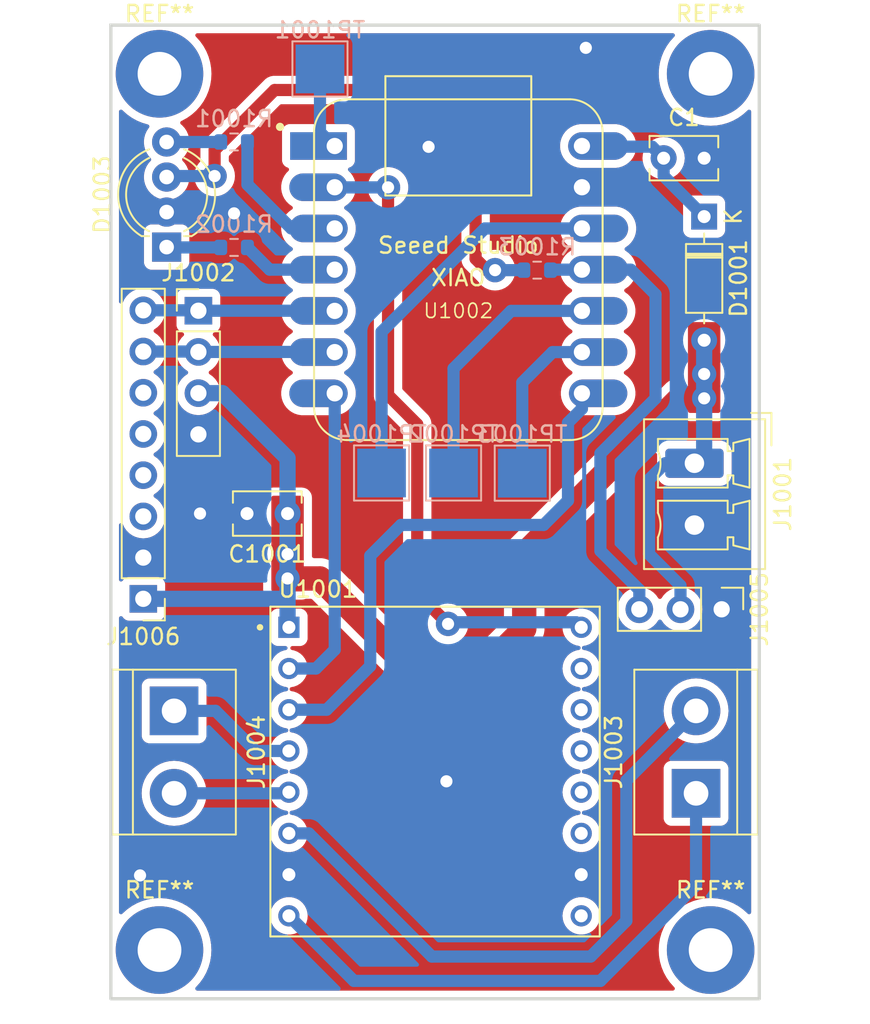
<source format=kicad_pcb>
(kicad_pcb (version 20240108) (generator "pcbnew") (generator_version "8.0")
  (layers (0 "F.Cu" signal) (31 "B.Cu" signal) (34 "B.Paste" user) (35 "F.Paste" user) (36 "B.SilkS" user "B.Silkscreen") (37 "F.SilkS" user "F.Silkscreen") (38 "B.Mask" user) (39 "F.Mask" user) (44 "Edge.Cuts" user))
  (net 0 "")
  (net 1 "GND")
  (net 2 "+5V")
  (net 3 "Net-(D1001-K)")
  (net 4 "Net-(D1003-RA)")
  (net 5 "Net-(D1003-GA)")
  (net 6 "Net-(D1003-BA)")
  (net 7 "/scl")
  (net 8 "/sda")
  (net 9 "Net-(J1003-Pin_2)")
  (net 10 "Net-(J1003-Pin_1)")
  (net 11 "Net-(J1004-Pin_2)")
  (net 12 "Net-(J1004-Pin_1)")
  (net 13 "LED1")
  (net 14 "LED2")
  (net 15 "LED3")
  (net 18 "BUSY")
  (net 19 "UC_TX")
  (net 21 "UC_RX")
  (net 25 "Net-(U1002-PA02_A0_D0)")
  (net 26 "Net-(U1002-PA5_A9_D9_MISO)")
  (net 27 "Net-(U1002-3V3)")
  (net 28 "Net-(U1002-PA7_A8_D8_SCK)")
  (footprint "footprints_esp:XIAO-Generic-Hybrid-14P-2.54-21X17.8MM" (layer "F.Cu") (at 21.435 15.07)
    (property "Reference" "U1002" (at 0 2.54 0) (layer "F.SilkS") (effects (font (size 0.889 0.889) (thickness 0.1016))))
    (property "Value" "MOUDLE-SEEEDUINO-XIAO-ESP32C3" (hide yes))
    (fp_line (start -8.9 -8.5) (end -8.9 8.5) (stroke (width 0.127)) (layer "F.SilkS"))
    (fp_line (start -6.9 10.5) (end 6.9 10.5) (stroke (width 0.127)) (layer "F.SilkS"))
    (fp_line (start -4.5 -11.92403) (end 4.5 -11.92403) (stroke (width 0.127)) (layer "F.SilkS"))
    (fp_line (start -4.5 -4.57073) (end -4.5 -11.92403) (stroke (width 0.127)) (layer "F.SilkS"))
    (fp_line (start 4.5 -11.92403) (end 4.5 -4.57073) (stroke (width 0.127)) (layer "F.SilkS"))
    (fp_line (start 4.5 -4.57073) (end -4.5 -4.57073) (stroke (width 0.127)) (layer "F.SilkS"))
    (fp_line (start 6.9 -10.49909) (end -6.9 -10.49909) (stroke (width 0.127)) (layer "F.SilkS"))
    (fp_line (start 8.9 8.5) (end 8.9 -8.5) (stroke (width 0.127)) (layer "F.SilkS"))
    (fp_arc (start -8.9 -8.5) (mid -8.301491 -9.901491) (end -6.9 -10.5) (stroke (width 0.12)) (layer "F.SilkS"))
    (fp_arc (start -6.9 10.5) (mid -8.301423 9.901423) (end -8.9 8.5) (stroke (width 0.12)) (layer "F.SilkS"))
    (fp_arc (start 6.9 -10.5) (mid 8.301494 -9.901494) (end 8.9 -8.5) (stroke (width 0.12)) (layer "F.SilkS"))
    (fp_arc (start 8.9 8.5) (mid 8.314214 9.914214) (end 6.9 10.5) (stroke (width 0.12)) (layer "F.SilkS"))
    (fp_circle (center -11 -8.8) (end -11 -9.054) (fill solid) (layer "F.SilkS"))
    (fp_poly (pts (xy -8.887715 -8.561705) (xy -8.884667 -8.610473) (xy -8.880603 -8.659494)) (stroke (width 0.0254)) (fill none) (layer "F.SilkS"))
    (fp_poly (pts (xy 8.889492 8.521574) (xy 8.887713 8.57085) (xy 8.884665 8.619618) (xy 8.880601 8.668639) (xy 8.875268 8.717407) (xy 8.868664 8.766175) (xy 8.861044 8.81469) (xy 8.852153 8.86295) (xy 8.842248 8.910955)) (stroke (width 0.0254)) (fill none) (layer "F.SilkS"))
    (fp_text user "Seeed Studio" (at 0 -1.5 0) (layer "F.SilkS"))
    (fp_text user "XIAO" (at 0 0.5 0) (layer "F.SilkS"))
    (pad "1" thru_hole rect (at -7.625 -7.62) (size 3.5 1.7) (drill 1 (offset -1 0)) (layers "*.Cu" "*.Mask") (net 25 "Net-(U1002-PA02_A0_D0)"))
    (pad "2" thru_hole oval (at -7.625 -5.08) (size 3.6 1.7) (drill 1 (offset -1 0)) (layers "*.Cu" "*.Mask") (net 18 "BUSY"))
    (pad "3" thru_hole oval (at -7.625 -2.54) (size 3.6 1.7) (drill 1 (offset -1 0)) (layers "*.Cu" "*.Mask") (net 13 "LED1"))
    (pad "4" thru_hole oval (at -7.625 0) (size 3.6 1.7) (drill 1 (offset -1 0)) (layers "*.Cu" "*.Mask") (net 14 "LED2"))
    (pad "5" thru_hole oval (at -7.625 2.54) (size 3.6 1.7) (drill 1 (offset -1 0)) (layers "*.Cu" "*.Mask") (net 7 "/scl"))
    (pad "6" thru_hole oval (at -7.625 5.08 180) (size 3.6 1.7) (drill 1 (offset 1 0)) (layers "*.Cu" "*.Mask") (net 8 "/sda"))
    (pad "7" thru_hole oval (at -7.625 7.62) (size 3.6 1.7) (drill 1 (offset -1 0)) (layers "*.Cu" "*.Mask") (net 19 "UC_TX"))
    (pad "8" thru_hole oval (at 7.625 7.62) (size 3.6 1.7) (drill 1 (offset 1 0)) (layers "*.Cu" "*.Mask") (net 21 "UC_RX"))
    (pad "9" thru_hole oval (at 7.625 5.08) (size 3.6 1.7) (drill 1 (offset 1 0)) (layers "*.Cu" "*.Mask") (net 28 "Net-(U1002-PA7_A8_D8_SCK)"))
    (pad "10" thru_hole oval (at 7.625 2.54) (size 3.6 1.7) (drill 1 (offset 1 0)) (layers "*.Cu" "*.Mask") (net 26 "Net-(U1002-PA5_A9_D9_MISO)"))
    (pad "11" thru_hole oval (at 7.625 0) (size 3.7 1.7) (drill 1 (offset 1 0)) (layers "*.Cu" "*.Mask") (net 15 "LED3"))
    (pad "12" thru_hole oval (at 7.625 -2.54) (size 3.7 1.7) (drill 1 (offset 1 0)) (layers "*.Cu" "*.Mask") (net 27 "Net-(U1002-3V3)"))
    (pad "13" thru_hole oval (at 7.625 -5.08) (size 3.7 1.7) (drill 1 (offset 1 0)) (layers "*.Cu" "*.Mask") (net 1 "GND"))
    (pad "14" thru_hole oval (at 7.625 -7.62) (size 3.7 1.7) (drill 1 (offset 1 0)) (layers "*.Cu" "*.Mask") (net 3 "Net-(D1001-K)"))
  )
  (footprint "TerminalBlock:TerminalBlock_bornier-2_P5.08mm" (layer "F.Cu") (at 3.9 42.26 -90)
    (property "Reference" "J1004" (at 2.54 -5.08 90) (layer "F.SilkS"))
    (property "Value" "Conn_01x02")
    (fp_line (start -2.54 3.81) (end 7.62 3.81) (stroke (width 0.12)) (layer "F.SilkS"))
    (fp_line (start 7.62 3.81) (end 7.62 -3.81) (stroke (width 0.12)) (layer "F.SilkS"))
    (fp_line (start 7.62 2.54) (end -2.54 2.54) (stroke (width 0.12)) (layer "F.SilkS"))
    (fp_line (start -2.54 -3.81) (end -2.54 3.81) (stroke (width 0.12)) (layer "F.SilkS"))
    (fp_line (start 7.62 -3.81) (end -2.54 -3.81) (stroke (width 0.12)) (layer "F.SilkS"))
    (pad "1" thru_hole rect (at 0 0 270) (size 3 3) (drill 1.52) (layers "*.Cu" "*.Mask") (net 12 "Net-(J1004-Pin_1)"))
    (pad "2" thru_hole circle (at 5.08 0 270) (size 3 3) (drill 1.52) (layers "*.Cu" "*.Mask") (net 11 "Net-(J1004-Pin_2)"))
  )
  (footprint "Connector_Phoenix_MC:PhoenixContact_MCV_1,5_2-G-3.81_1x02_P3.81mm_Vertical" (layer "F.Cu") (at 36 27 -90)
    (property "Reference" "J1001" (at 1.9 -5.45 -90) (layer "F.SilkS"))
    (property "Value" "Conn_01x02")
    (fp_line (start -2.71 3.11) (end 6.52 3.11) (stroke (width 0.12)) (layer "F.SilkS"))
    (fp_line (start 6.52 3.11) (end 6.52 -4.36) (stroke (width 0.12)) (layer "F.SilkS"))
    (fp_line (start -1.5 2.25) (end -1.5 -2.05) (stroke (width 0.12)) (layer "F.SilkS"))
    (fp_line (start -0.75 2.25) (end -1.5 2.25) (stroke (width 0.12)) (layer "F.SilkS"))
    (fp_line (start 1.5 2.25) (end 0.75 2.25) (stroke (width 0.12)) (layer "F.SilkS"))
    (fp_line (start 2.31 2.25) (end 2.31 -2.05) (stroke (width 0.12)) (layer "F.SilkS"))
    (fp_line (start 3.06 2.25) (end 2.31 2.25) (stroke (width 0.12)) (layer "F.SilkS"))
    (fp_line (start 5.31 2.25) (end 4.56 2.25) (stroke (width 0.12)) (layer "F.SilkS"))
    (fp_line (start -1.5 -2.05) (end -0.75 -2.05) (stroke (width 0.12)) (layer "F.SilkS"))
    (fp_line (start -0.75 -2.05) (end -0.75 -2.4) (stroke (width 0.12)) (layer "F.SilkS"))
    (fp_line (start 0.75 -2.05) (end 1.5 -2.05) (stroke (width 0.12)) (layer "F.SilkS"))
    (fp_line (start 1.5 -2.05) (end 1.5 2.25) (stroke (width 0.12)) (layer "F.SilkS"))
    (fp_line (start 2.31 -2.05) (end 3.06 -2.05) (stroke (width 0.12)) (layer "F.SilkS"))
    (fp_line (start 3.06 -2.05) (end 3.06 -2.4) (stroke (width 0.12)) (layer "F.SilkS"))
    (fp_line (start 4.56 -2.05) (end 5.31 -2.05) (stroke (width 0.12)) (layer "F.SilkS"))
    (fp_line (start 5.31 -2.05) (end 5.31 2.25) (stroke (width 0.12)) (layer "F.SilkS"))
    (fp_line (start -1.25 -2.4) (end -1.5 -3.4) (stroke (width 0.12)) (layer "F.SilkS"))
    (fp_line (start -0.75 -2.4) (end -1.25 -2.4) (stroke (width 0.12)) (layer "F.SilkS"))
    (fp_line (start 0.75 -2.4) (end 0.75 -2.05) (stroke (width 0.12)) (layer "F.SilkS"))
    (fp_line (start 1.25 -2.4) (end 0.75 -2.4) (stroke (width 0.12)) (layer "F.SilkS"))
    (fp_line (start 2.56 -2.4) (end 2.31 -3.4) (stroke (width 0.12)) (layer "F.SilkS"))
    (fp_line (start 3.06 -2.4) (end 2.56 -2.4) (stroke (width 0.12)) (layer "F.SilkS"))
    (fp_line (start 4.56 -2.4) (end 4.56 -2.05) (stroke (width 0.12)) (layer "F.SilkS"))
    (fp_line (start 5.06 -2.4) (end 4.56 -2.4) (stroke (width 0.12)) (layer "F.SilkS"))
    (fp_line (start -1.5 -3.4) (end 1.5 -3.4) (stroke (width 0.12)) (layer "F.SilkS"))
    (fp_line (start 1.5 -3.4) (end 1.25 -2.4) (stroke (width 0.12)) (layer "F.SilkS"))
    (fp_line (start 2.31 -3.4) (end 5.31 -3.4) (stroke (width 0.12)) (layer "F.SilkS"))
    (fp_line (start 5.31 -3.4) (end 5.06 -2.4) (stroke (width 0.12)) (layer "F.SilkS"))
    (fp_line (start -3.1 -3.5) (end -3.1 -4.75) (stroke (width 0.12)) (layer "F.SilkS"))
    (fp_line (start -2.71 -4.36) (end -2.71 3.11) (stroke (width 0.12)) (layer "F.SilkS"))
    (fp_line (start 6.52 -4.36) (end -2.71 -4.36) (stroke (width 0.12)) (layer "F.SilkS"))
    (fp_line (start -3.1 -4.75) (end -1.1 -4.75) (stroke (width 0.12)) (layer "F.SilkS"))
    (fp_arc (start -0.75 2.25) (mid -0.000193 2.09191) (end 0.749647 2.249844) (stroke (width 0.12)) (layer "F.SilkS"))
    (fp_arc (start 3.06 2.25) (mid 3.809807 2.09191) (end 4.559647 2.249844) (stroke (width 0.12)) (layer "F.SilkS"))
    (pad "1" thru_hole roundrect (at 0 0 270) (size 1.8 3.6) (drill 1.2) (layers "*.Cu" "*.Mask") (roundrect_rratio 0.138889) (net 2 "+5V"))
    (pad "2" thru_hole oval (at 3.81 0 270) (size 1.8 3.6) (drill 1.2) (layers "*.Cu" "*.Mask") (net 1 "GND"))
  )
  (footprint "MountingHole:MountingHole_2.7mm_Pad" (layer "F.Cu") (at 37 3)
    (property "Reference" "REF**" (at 0 -3.7 0) (layer "F.SilkS"))
    (property "Value" "MountingHole_2.7mm_Pad")
    (pad "1" thru_hole circle (at 0 0) (size 5.4 5.4) (drill 2.7) (layers "*.Cu" "*.Mask"))
  )
  (footprint "Diode_THT:D_DO-35_SOD27_P7.62mm_Horizontal" (layer "F.Cu") (at 36.6 11.8 -90)
    (property "Reference" "D1001" (at 3.81 -2.12 90) (layer "F.SilkS"))
    (property "Value" "1N4148")
    (fp_line (start 1.69 1.12) (end 5.93 1.12) (stroke (width 0.12)) (layer "F.SilkS"))
    (fp_line (start 5.93 1.12) (end 5.93 -1.12) (stroke (width 0.12)) (layer "F.SilkS"))
    (fp_line (start 1.04 0) (end 1.69 0) (stroke (width 0.12)) (layer "F.SilkS"))
    (fp_line (start 6.58 0) (end 5.93 0) (stroke (width 0.12)) (layer "F.SilkS"))
    (fp_line (start 1.69 -1.12) (end 1.69 1.12) (stroke (width 0.12)) (layer "F.SilkS"))
    (fp_line (start 2.29 -1.12) (end 2.29 1.12) (stroke (width 0.12)) (layer "F.SilkS"))
    (fp_line (start 2.41 -1.12) (end 2.41 1.12) (stroke (width 0.12)) (layer "F.SilkS"))
    (fp_line (start 2.53 -1.12) (end 2.53 1.12) (stroke (width 0.12)) (layer "F.SilkS"))
    (fp_line (start 5.93 -1.12) (end 1.69 -1.12) (stroke (width 0.12)) (layer "F.SilkS"))
    (fp_text user "K" (at 0 -1.8 90) (layer "F.SilkS"))
    (pad "1" thru_hole rect (at 0 0 270) (size 1.6 1.6) (drill 0.8) (layers "*.Cu" "*.Mask") (net 3 "Net-(D1001-K)"))
    (pad "2" thru_hole oval (at 7.62 0 270) (size 1.6 1.6) (drill 0.8) (layers "*.Cu" "*.Mask") (net 2 "+5V"))
  )
  (footprint "DFR0299:MODULE_DFR0299" (layer "F.Cu") (at 20 46)
    (property "Reference" "U1001" (at -7.225 -11.235 0) (layer "F.SilkS"))
    (property "Value" "DFR0299")
    (fp_line (start -10.16 -10.16) (end 10.16 -10.16) (stroke (width 0.127)) (layer "F.SilkS"))
    (fp_line (start -10.16 10.16) (end -10.16 -10.16) (stroke (width 0.127)) (layer "F.SilkS"))
    (fp_line (start 10.16 -10.16) (end 10.16 10.16) (stroke (width 0.127)) (layer "F.SilkS"))
    (fp_line (start 10.16 10.16) (end -10.16 10.16) (stroke (width 0.127)) (layer "F.SilkS"))
    (fp_circle (center -10.8 -8.89) (end -10.7 -8.89) (stroke (width 0.2)) (fill none) (layer "F.SilkS"))
    (pad "1" thru_hole rect (at -9.017 -8.89) (size 1.308 1.308) (drill 0.8) (layers "*.Cu" "*.Mask") (net 2 "+5V"))
    (pad "2" thru_hole circle (at -9.017 -6.35) (size 1.308 1.308) (drill 0.8) (layers "*.Cu" "*.Mask") (net 19 "UC_TX"))
    (pad "3" thru_hole circle (at -9.017 -3.81) (size 1.308 1.308) (drill 0.8) (layers "*.Cu" "*.Mask") (net 21 "UC_RX"))
    (pad "4" thru_hole circle (at -9.017 -1.27) (size 1.308 1.308) (drill 0.8) (layers "*.Cu" "*.Mask") (net 12 "Net-(J1004-Pin_1)"))
    (pad "5" thru_hole circle (at -9.017 1.27) (size 1.308 1.308) (drill 0.8) (layers "*.Cu" "*.Mask") (net 11 "Net-(J1004-Pin_2)"))
    (pad "6" thru_hole circle (at -9.017 3.81) (size 1.308 1.308) (drill 0.8) (layers "*.Cu" "*.Mask") (net 9 "Net-(J1003-Pin_2)"))
    (pad "7" thru_hole circle (at -9.017 6.35) (size 1.308 1.308) (drill 0.8) (layers "*.Cu" "*.Mask") (net 1 "GND"))
    (pad "8" thru_hole circle (at -9.017 8.89) (size 1.308 1.308) (drill 0.8) (layers "*.Cu" "*.Mask") (net 10 "Net-(J1003-Pin_1)"))
    (pad "9" thru_hole circle (at 9.017 8.89) (size 1.308 1.308) (drill 0.8) (layers "*.Cu" "*.Mask"))
    (pad "10" thru_hole circle (at 9.017 6.35) (size 1.308 1.308) (drill 0.8) (layers "*.Cu" "*.Mask") (net 1 "GND"))
    (pad "11" thru_hole circle (at 9.017 3.81) (size 1.308 1.308) (drill 0.8) (layers "*.Cu" "*.Mask"))
    (pad "12" thru_hole circle (at 9.017 1.27) (size 1.308 1.308) (drill 0.8) (layers "*.Cu" "*.Mask"))
    (pad "13" thru_hole circle (at 9.017 -1.27) (size 1.308 1.308) (drill 0.8) (layers "*.Cu" "*.Mask"))
    (pad "14" thru_hole circle (at 9.017 -3.81) (size 1.308 1.308) (drill 0.8) (layers "*.Cu" "*.Mask"))
    (pad "15" thru_hole circle (at 9.017 -6.35) (size 1.308 1.308) (drill 0.8) (layers "*.Cu" "*.Mask"))
    (pad "16" thru_hole circle (at 9.017 -8.89) (size 1.308 1.308) (drill 0.8) (layers "*.Cu" "*.Mask") (net 18 "BUSY"))
  )
  (footprint "LED_THT:LED_D5.0mm-4_RGB_Wide_Pins" (layer "F.Cu") (at 3.44 13.68 90)
    (property "Reference" "D1003" (at 3.2385 -3.96 -90) (layer "F.SilkS"))
    (property "Value" "LED_GKBR")
    (fp_line (start 0.6785 -1.545) (end 0.6785 -1.08) (stroke (width 0.12)) (layer "F.SilkS"))
    (fp_line (start 0.6785 1.08) (end 0.6785 1.545) (stroke (width 0.12)) (layer "F.SilkS"))
    (fp_arc (start 0.6785 -1.54483) (mid 3.496956 -2.978809) (end 6.026315 -1.080827) (stroke (width 0.12)) (layer "F.SilkS"))
    (fp_arc (start 0.983816 -1.08) (mid 3.238262 -2.5) (end 5.492979 -1.080429) (stroke (width 0.12)) (layer "F.SilkS"))
    (fp_arc (start 5.492979 1.080429) (mid 3.238262 2.5) (end 0.983816 1.08) (stroke (width 0.12)) (layer "F.SilkS"))
    (fp_arc (start 6.026315 1.080827) (mid 3.496956 2.978808) (end 0.6785 1.54483) (stroke (width 0.12)) (layer "F.SilkS"))
    (pad "1" thru_hole rect (at 0 0 90) (size 1.8 1.8) (drill 0.9) (layers "*.Cu" "*.Mask") (net 5 "Net-(D1003-GA)"))
    (pad "2" thru_hole circle (at 2.159 0 90) (size 1.8 1.8) (drill 0.9) (layers "*.Cu" "*.Mask") (net 1 "GND"))
    (pad "3" thru_hole circle (at 4.318 0 90) (size 1.8 1.8) (drill 0.9) (layers "*.Cu" "*.Mask") (net 6 "Net-(D1003-BA)"))
    (pad "4" thru_hole circle (at 6.477 0 90) (size 1.8 1.8) (drill 0.9) (layers "*.Cu" "*.Mask") (net 4 "Net-(D1003-RA)"))
  )
  (footprint "MountingHole:MountingHole_2.7mm_Pad" (layer "F.Cu") (at 3 3)
    (property "Reference" "REF**" (at 0 -3.7 0) (layer "F.SilkS"))
    (property "Value" "MountingHole_2.7mm_Pad")
    (pad "1" thru_hole circle (at 0 0) (size 5.4 5.4) (drill 2.7) (layers "*.Cu" "*.Mask"))
  )
  (footprint "MountingHole:MountingHole_2.7mm_Pad" (layer "F.Cu") (at 3 57)
    (property "Reference" "REF**" (at 0 -3.7 0) (layer "F.SilkS"))
    (property "Value" "MountingHole_2.7mm_Pad")
    (pad "1" thru_hole circle (at 0 0) (size 5.4 5.4) (drill 2.7) (layers "*.Cu" "*.Mask"))
  )
  (footprint "Capacitor_THT:C_Rect_L4.0mm_W2.5mm_P2.50mm" (layer "F.Cu") (at 10.9 30.1 180)
    (property "Reference" "C1001" (at 1.25 -2.5 180) (layer "F.SilkS"))
    (property "Value" "22uF x 25V X7R 1210")
    (fp_line (start 3.37 0.665) (end 3.37 1.37) (stroke (width 0.12)) (layer "F.SilkS"))
    (fp_line (start 3.37 -1.37) (end 3.37 -0.665) (stroke (width 0.12)) (layer "F.SilkS"))
    (fp_line (start -0.87 1.37) (end 3.37 1.37) (stroke (width 0.12)) (layer "F.SilkS"))
    (fp_line (start -0.87 0.665) (end -0.87 1.37) (stroke (width 0.12)) (layer "F.SilkS"))
    (fp_line (start -0.87 -1.37) (end 3.37 -1.37) (stroke (width 0.12)) (layer "F.SilkS"))
    (fp_line (start -0.87 -1.37) (end -0.87 -0.665) (stroke (width 0.12)) (layer "F.SilkS"))
    (pad "1" thru_hole circle (at 0 0 180) (size 1.6 1.6) (drill 0.8) (layers "*.Cu" "*.Mask") (net 2 "+5V"))
    (pad "2" thru_hole circle (at 2.5 0 180) (size 1.6 1.6) (drill 0.8) (layers "*.Cu" "*.Mask") (net 1 "GND"))
  )
  (footprint "MountingHole:MountingHole_2.7mm_Pad" (layer "F.Cu") (at 37 57)
    (property "Reference" "REF**" (at 0 -3.7 0) (layer "F.SilkS"))
    (property "Value" "MountingHole_2.7mm_Pad")
    (pad "1" thru_hole circle (at 0 0) (size 5.4 5.4) (drill 2.7) (layers "*.Cu" "*.Mask"))
  )
  (footprint "TerminalBlock:TerminalBlock_bornier-2_P5.08mm" (layer "F.Cu") (at 36.1 47.34 90)
    (property "Reference" "J1003" (at 2.54 -5.08 90) (layer "F.SilkS"))
    (property "Value" "Conn_01x02")
    (fp_line (start 7.62 -3.81) (end -2.54 -3.81) (stroke (width 0.12)) (layer "F.SilkS"))
    (fp_line (start -2.54 -3.81) (end -2.54 3.81) (stroke (width 0.12)) (layer "F.SilkS"))
    (fp_line (start 7.62 2.54) (end -2.54 2.54) (stroke (width 0.12)) (layer "F.SilkS"))
    (fp_line (start 7.62 3.81) (end 7.62 -3.81) (stroke (width 0.12)) (layer "F.SilkS"))
    (fp_line (start -2.54 3.81) (end 7.62 3.81) (stroke (width 0.12)) (layer "F.SilkS"))
    (pad "1" thru_hole rect (at 0 0 90) (size 3 3) (drill 1.52) (layers "*.Cu" "*.Mask") (net 10 "Net-(J1003-Pin_1)"))
    (pad "2" thru_hole circle (at 5.08 0 90) (size 3 3) (drill 1.52) (layers "*.Cu" "*.Mask") (net 9 "Net-(J1003-Pin_2)"))
  )
  (footprint "Capacitor_THT:C_Rect_L4.0mm_W2.5mm_P2.50mm" (layer "F.Cu") (at 34.1 8.2)
    (property "Reference" "C1" (at 1.25 -2.5 360) (layer "F.SilkS"))
    (property "Value" "22uF x 25V X7R 1210")
    (fp_line (start -0.87 -1.37) (end -0.87 -0.665) (stroke (width 0.12)) (layer "F.SilkS"))
    (fp_line (start -0.87 -1.37) (end 3.37 -1.37) (stroke (width 0.12)) (layer "F.SilkS"))
    (fp_line (start -0.87 0.665) (end -0.87 1.37) (stroke (width 0.12)) (layer "F.SilkS"))
    (fp_line (start -0.87 1.37) (end 3.37 1.37) (stroke (width 0.12)) (layer "F.SilkS"))
    (fp_line (start 3.37 -1.37) (end 3.37 -0.665) (stroke (width 0.12)) (layer "F.SilkS"))
    (fp_line (start 3.37 0.665) (end 3.37 1.37) (stroke (width 0.12)) (layer "F.SilkS"))
    (pad "1" thru_hole circle (at 0 0) (size 1.6 1.6) (drill 0.8) (layers "*.Cu" "*.Mask") (net 3 "Net-(D1001-K)"))
    (pad "2" thru_hole circle (at 2.5 0) (size 1.6 1.6) (drill 0.8) (layers "*.Cu" "*.Mask") (net 1 "GND"))
  )
  (footprint "Connector_PinHeader_2.54mm:PinHeader_1x04_P2.54mm_Vertical" (layer "F.Cu") (at 5.4 17.6)
    (property "Reference" "J1002" (at 0 -2.33 0) (layer "F.SilkS"))
    (property "Value" "Conn_01x04")
    (fp_line (start -1.33 -1.33) (end 0 -1.33) (stroke (width 0.12)) (layer "F.SilkS"))
    (fp_line (start -1.33 0) (end -1.33 -1.33) (stroke (width 0.12)) (layer "F.SilkS"))
    (fp_line (start -1.33 1.27) (end -1.33 8.95) (stroke (width 0.12)) (layer "F.SilkS"))
    (fp_line (start -1.33 1.27) (end 1.33 1.27) (stroke (width 0.12)) (layer "F.SilkS"))
    (fp_line (start -1.33 8.95) (end 1.33 8.95) (stroke (width 0.12)) (layer "F.SilkS"))
    (fp_line (start 1.33 1.27) (end 1.33 8.95) (stroke (width 0.12)) (layer "F.SilkS"))
    (pad "1" thru_hole rect (at 0 0) (size 1.7 1.7) (drill 1) (layers "*.Cu" "*.Mask") (net 7 "/scl"))
    (pad "2" thru_hole oval (at 0 2.54) (size 1.7 1.7) (drill 1) (layers "*.Cu" "*.Mask") (net 8 "/sda"))
    (pad "3" thru_hole oval (at 0 5.08) (size 1.7 1.7) (drill 1) (layers "*.Cu" "*.Mask") (net 2 "+5V"))
    (pad "4" thru_hole oval (at 0 7.62) (size 1.7 1.7) (drill 1) (layers "*.Cu" "*.Mask") (net 1 "GND"))
  )
  (footprint "Connector_PinHeader_2.54mm:PinHeader_1x08_P2.54mm_Vertical" (layer "F.Cu") (at 2 35.355 180)
    (property "Reference" "J1006" (at 0 -2.33 180) (layer "F.SilkS"))
    (property "Value" "Conn_01x08")
    (fp_line (start 1.33 1.27) (end 1.33 19.11) (stroke (width 0.12)) (layer "F.SilkS"))
    (fp_line (start -1.33 19.11) (end 1.33 19.11) (stroke (width 0.12)) (layer "F.SilkS"))
    (fp_line (start -1.33 1.27) (end 1.33 1.27) (stroke (width 0.12)) (layer "F.SilkS"))
    (fp_line (start -1.33 1.27) (end -1.33 19.11) (stroke (width 0.12)) (layer "F.SilkS"))
    (fp_line (start -1.33 0) (end -1.33 -1.33) (stroke (width 0.12)) (layer "F.SilkS"))
    (fp_line (start -1.33 -1.33) (end 0 -1.33) (stroke (width 0.12)) (layer "F.SilkS"))
    (pad "1" thru_hole rect (at 0 0 180) (size 1.7 1.7) (drill 1) (layers "*.Cu" "*.Mask") (net 2 "+5V"))
    (pad "2" thru_hole oval (at 0 2.54 180) (size 1.7 1.7) (drill 1) (layers "*.Cu" "*.Mask") (net 1 "GND"))
    (pad "3" thru_hole oval (at 0 5.08 180) (size 1.7 1.7) (drill 1) (layers "*.Cu" "*.Mask"))
    (pad "4" thru_hole oval (at 0 7.62 180) (size 1.7 1.7) (drill 1) (layers "*.Cu" "*.Mask"))
    (pad "5" thru_hole oval (at 0 10.16 180) (size 1.7 1.7) (drill 1) (layers "*.Cu" "*.Mask"))
    (pad "6" thru_hole oval (at 0 12.7 180) (size 1.7 1.7) (drill 1) (layers "*.Cu" "*.Mask"))
    (pad "7" thru_hole oval (at 0 15.24 180) (size 1.7 1.7) (drill 1) (layers "*.Cu" "*.Mask") (net 8 "/sda"))
    (pad "8" thru_hole oval (at 0 17.78 180) (size 1.7 1.7) (drill 1) (layers "*.Cu" "*.Mask") (net 7 "/scl"))
  )
  (footprint "Connector_PinHeader_2.54mm:PinHeader_1x03_P2.54mm_Vertical" (layer "F.Cu") (at 37.68 36 -90)
    (property "Reference" "J1005" (at 0 -2.33 90) (layer "F.SilkS"))
    (property "Value" "Conn_01x03")
    (fp_line (start -1.33 6.41) (end 1.33 6.41) (stroke (width 0.12)) (layer "F.SilkS"))
    (fp_line (start -1.33 1.27) (end -1.33 6.41) (stroke (width 0.12)) (layer "F.SilkS"))
    (fp_line (start -1.33 1.27) (end 1.33 1.27) (stroke (width 0.12)) (layer "F.SilkS"))
    (fp_line (start 1.33 1.27) (end 1.33 6.41) (stroke (width 0.12)) (layer "F.SilkS"))
    (fp_line (start -1.33 0) (end -1.33 -1.33) (stroke (width 0.12)) (layer "F.SilkS"))
    (fp_line (start -1.33 -1.33) (end 0 -1.33) (stroke (width 0.12)) (layer "F.SilkS"))
    (pad "1" thru_hole rect (at 0 0 270) (size 1.7 1.7) (drill 1) (layers "*.Cu" "*.Mask") (net 1 "GND"))
    (pad "2" thru_hole oval (at 0 2.54 270) (size 1.7 1.7) (drill 1) (layers "*.Cu" "*.Mask") (net 2 "+5V"))
    (pad "3" thru_hole oval (at 0 5.08 270) (size 1.7 1.7) (drill 1) (layers "*.Cu" "*.Mask") (net 15 "LED3"))
  )
  (footprint "TestPoint:TestPoint_Pad_3.0x3.0mm" (layer "B.Cu") (at 16.7 27.6 180)
    (property "Reference" "TP1004" (at 0 2.398 180) (layer "B.SilkS") (effects (justify mirror)))
    (property "Value" "TestPoint")
    (fp_line (start 1.7 1.7) (end -1.7 1.7) (stroke (width 0.12)) (layer "B.SilkS"))
    (fp_line (start 1.7 -1.7) (end 1.7 1.7) (stroke (width 0.12)) (layer "B.SilkS"))
    (fp_line (start -1.7 1.7) (end -1.7 -1.7) (stroke (width 0.12)) (layer "B.SilkS"))
    (fp_line (start -1.7 -1.7) (end 1.7 -1.7) (stroke (width 0.12)) (layer "B.SilkS"))
    (pad "1" smd rect (at 0 0 180) (size 3 3) (layers "B.Cu" "B.Mask") (net 27 "Net-(U1002-3V3)"))
  )
  (footprint "Resistor_SMD:R_0603_1608Metric" (layer "B.Cu") (at 26.3 15.1 180)
    (property "Reference" "R1003" (at 0 1.43 360) (layer "B.SilkS") (effects (justify mirror)))
    (property "Value" "100")
    (fp_line (start 0.237258 0.5225) (end -0.237258 0.5225) (stroke (width 0.12)) (layer "B.SilkS"))
    (fp_line (start 0.237258 -0.5225) (end -0.237258 -0.5225) (stroke (width 0.12)) (layer "B.SilkS"))
    (pad "1" smd roundrect (at -0.825 0 180) (size 0.8 0.95) (layers "B.Cu" "B.Paste" "B.Mask") (net 15 "LED3"))
    (pad "2" smd roundrect (at 0.825 0 180) (size 0.8 0.95) (layers "B.Cu" "B.Paste" "B.Mask") (net 6 "Net-(D1003-BA)"))
  )
  (footprint "TestPoint:TestPoint_Pad_3.0x3.0mm" (layer "B.Cu") (at 25.38 27.61 180)
    (property "Reference" "TP1003" (at 0 2.398 180) (layer "B.SilkS") (effects (justify mirror)))
    (property "Value" "TestPoint")
    (fp_line (start 1.7 1.7) (end -1.7 1.7) (stroke (width 0.12)) (layer "B.SilkS"))
    (fp_line (start 1.7 -1.7) (end 1.7 1.7) (stroke (width 0.12)) (layer "B.SilkS"))
    (fp_line (start -1.7 1.7) (end -1.7 -1.7) (stroke (width 0.12)) (layer "B.SilkS"))
    (fp_line (start -1.7 -1.7) (end 1.7 -1.7) (stroke (width 0.12)) (layer "B.SilkS"))
    (pad "1" smd rect (at 0 0 180) (size 3 3) (layers "B.Cu" "B.Mask") (net 28 "Net-(U1002-PA7_A8_D8_SCK)"))
  )
  (footprint "TestPoint:TestPoint_Pad_3.0x3.0mm" (layer "B.Cu") (at 21.14 27.6 180)
    (property "Reference" "TP1002" (at 0 2.398 180) (layer "B.SilkS") (effects (justify mirror)))
    (property "Value" "TestPoint")
    (fp_line (start 1.7 1.7) (end -1.7 1.7) (stroke (width 0.12)) (layer "B.SilkS"))
    (fp_line (start 1.7 -1.7) (end 1.7 1.7) (stroke (width 0.12)) (layer "B.SilkS"))
    (fp_line (start -1.7 1.7) (end -1.7 -1.7) (stroke (width 0.12)) (layer "B.SilkS"))
    (fp_line (start -1.7 -1.7) (end 1.7 -1.7) (stroke (width 0.12)) (layer "B.SilkS"))
    (pad "1" smd rect (at 0 0 180) (size 3 3) (layers "B.Cu" "B.Mask") (net 26 "Net-(U1002-PA5_A9_D9_MISO)"))
  )
  (footprint "TestPoint:TestPoint_Pad_3.0x3.0mm" (layer "B.Cu") (at 12.9 2.7 180)
    (property "Reference" "TP1001" (at 0 2.398 0) (layer "B.SilkS") (effects (justify mirror)))
    (property "Value" "TestPoint")
    (fp_line (start 1.7 1.7) (end -1.7 1.7) (stroke (width 0.12)) (layer "B.SilkS"))
    (fp_line (start 1.7 -1.7) (end 1.7 1.7) (stroke (width 0.12)) (layer "B.SilkS"))
    (fp_line (start -1.7 1.7) (end -1.7 -1.7) (stroke (width 0.12)) (layer "B.SilkS"))
    (fp_line (start -1.7 -1.7) (end 1.7 -1.7) (stroke (width 0.12)) (layer "B.SilkS"))
    (pad "1" smd rect (at 0 0 180) (size 3 3) (layers "B.Cu" "B.Mask") (net 25 "Net-(U1002-PA02_A0_D0)"))
  )
  (footprint "Resistor_SMD:R_0603_1608Metric" (layer "B.Cu") (at 7.6 7.2 180)
    (property "Reference" "R1001" (at 0 1.43 180) (layer "B.SilkS") (effects (justify mirror)))
    (property "Value" "100")
    (fp_line (start 0.237258 0.5225) (end -0.237258 0.5225) (stroke (width 0.12)) (layer "B.SilkS"))
    (fp_line (start 0.237258 -0.5225) (end -0.237258 -0.5225) (stroke (width 0.12)) (layer "B.SilkS"))
    (pad "1" smd roundrect (at -0.825 0 180) (size 0.8 0.95) (layers "B.Cu" "B.Paste" "B.Mask") (net 13 "LED1"))
    (pad "2" smd roundrect (at 0.825 0 180) (size 0.8 0.95) (layers "B.Cu" "B.Paste" "B.Mask") (net 4 "Net-(D1003-RA)"))
  )
  (footprint "Resistor_SMD:R_0603_1608Metric" (layer "B.Cu") (at 7.6 13.7 180)
    (property "Reference" "R1002" (at 0 1.43 180) (layer "B.SilkS") (effects (justify mirror)))
    (property "Value" "100")
    (fp_line (start 0.237258 0.5225) (end -0.237258 0.5225) (stroke (width 0.12)) (layer "B.SilkS"))
    (fp_line (start 0.237258 -0.5225) (end -0.237258 -0.5225) (stroke (width 0.12)) (layer "B.SilkS"))
    (pad "1" smd roundrect (at -0.825 0 180) (size 0.8 0.95) (layers "B.Cu" "B.Paste" "B.Mask") (net 14 "LED2"))
    (pad "2" smd roundrect (at 0.825 0 180) (size 0.8 0.95) (layers "B.Cu" "B.Paste" "B.Mask") (net 5 "Net-(D1003-GA)"))
  )
  (gr_rect (start 0 0) (end 40 60) (stroke (width 0.2)) (fill none) (layer "Edge.Cuts"))
  (via (at 5.5 30.1) (size 1.5) (drill 0.75) (layers "F.Cu" "B.Cu") (net 1))
  (via (at 20.7 46.6) (size 1.5) (drill 0.75) (layers "F.Cu" "B.Cu") (net 1))
  (via (at 1.8 52.4) (size 1.5) (drill 0.75) (layers "F.Cu" "B.Cu") (net 1))
  (via (at 7.6 11.6) (size 1.5) (drill 0.75) (layers "F.Cu" "B.Cu") (net 1))
  (via (at 29.3 1.4) (size 1.5) (drill 0.75) (layers "F.Cu" "B.Cu") (net 1))
  (via (at 19.6 7.5) (size 1.5) (drill 0.75) (layers "F.Cu" "B.Cu") (net 1))
  (segment (start 25.5 32.6) (end 35.1 23) (width 1.5) (layer "F.Cu") (net 2))
  (segment (start 25.5 37.2) (end 25.5 32.6) (width 1.5) (layer "F.Cu") (net 2))
  (segment (start 12.9 34.1) (end 18.2 39.4) (width 1.5) (layer "F.Cu") (net 2))
  (segment (start 10.9 32.6) (end 10.9 34.1) (width 1.5) (layer "F.Cu") (net 2))
  (segment (start 10.9 34.1) (end 12.9 34.1) (width 1.5) (layer "F.Cu") (net 2))
  (segment (start 35.1 23) (end 36.6 23) (width 1.5) (layer "F.Cu") (net 2))
  (segment (start 18.2 39.4) (end 23.3 39.4) (width 1.5) (layer "F.Cu") (net 2))
  (segment (start 23.3 39.4) (end 25.5 37.2) (width 1.5) (layer "F.Cu") (net 2))
  (via (at 36.6 23) (size 1.5) (drill 0.75) (layers "F.Cu" "B.Cu") (net 2))
  (via (at 36.6 21.5) (size 1.5) (drill 0.75) (layers "F.Cu" "B.Cu") (net 2))
  (via (at 10.9 32.6) (size 1.5) (drill 0.75) (layers "F.Cu" "B.Cu") (net 2))
  (via (at 10.9 34.1) (size 1.5) (drill 0.75) (layers "F.Cu" "B.Cu") (net 2))
  (segment (start 10.9 33.683) (end 10.9 32.6) (width 1) (layer "B.Cu") (net 2))
  (segment (start 6.88 22.68) (end 10.9 26.7) (width 1) (layer "B.Cu") (net 2))
  (segment (start 33.2 32.6) (end 33.2 28) (width 0.75) (layer "B.Cu") (net 2))
  (segment (start 10.9 32.6) (end 10.9 30.1) (width 1) (layer "B.Cu") (net 2))
  (segment (start 35.14 34.54) (end 33.2 32.6) (width 0.75) (layer "B.Cu") (net 2))
  (segment (start 35.14 36) (end 35.14 34.54) (width 0.75) (layer "B.Cu") (net 2))
  (segment (start 10.9 33.683) (end 10.9 37.027) (width 1) (layer "B.Cu") (net 2))
  (segment (start 34.2 27) (end 36 27) (width 0.75) (layer "B.Cu") (net 2))
  (segment (start 36 27) (end 36.6 26.4) (width 0.75) (layer "B.Cu") (net 2))
  (segment (start 10.9 35.355) (end 10.9 33.683) (width 0.75) (layer "B.Cu") (net 2))
  (segment (start 10.9 37.027) (end 10.983 37.11) (width 0.75) (layer "B.Cu") (net 2))
  (segment (start 36.6 26.4) (end 36.6 23) (width 1) (layer "B.Cu") (net 2))
  (segment (start 5.4 22.68) (end 6.88 22.68) (width 1) (layer "B.Cu") (net 2))
  (segment (start 10.9 26.7) (end 10.9 30.1) (width 1) (layer "B.Cu") (net 2))
  (segment (start 36.6 21.5) (end 36.6 19.42) (width 1) (layer "B.Cu") (net 2))
  (segment (start 33.2 28) (end 34.2 27) (width 0.75) (layer "B.Cu") (net 2))
  (segment (start 2 35.355) (end 10.9 35.355) (width 1) (layer "B.Cu") (net 2))
  (segment (start 36.6 21.5) (end 36.6 23) (width 1) (layer "B.Cu") (net 2))
  (segment (start 34.1 8.2) (end 33.39 7.49) (width 0.75) (layer "B.Cu") (net 3))
  (segment (start 33.39 7.49) (end 29.1 7.49) (width 0.75) (layer "B.Cu") (net 3))
  (segment (start 34.1 9.3) (end 34.1 8.2) (width 0.75) (layer "B.Cu") (net 3))
  (segment (start 36.6 11.8) (end 34.1 9.3) (width 0.75) (layer "B.Cu") (net 3))
  (segment (start 29.1 7.49) (end 29.06 7.45) (width 0.75) (layer "B.Cu") (net 3))
  (segment (start 6.772 7.203) (end 6.775 7.2) (width 0.75) (layer "B.Cu") (net 4))
  (segment (start 3.44 7.203) (end 6.772 7.203) (width 0.75) (layer "B.Cu") (net 4))
  (segment (start 6.775 13.7) (end 3.46 13.7) (width 0.75) (layer "B.Cu") (net 5))
  (segment (start 3.46 13.7) (end 3.44 13.68) (width 0.75) (layer "B.Cu") (net 5))
  (segment (start 22.5 6.8) (end 19.7 4) (width 0.75) (layer "F.Cu") (net 6))
  (segment (start 19.7 4) (end 10.1 4) (width 0.75) (layer "F.Cu") (net 6))
  (segment (start 23.675 15.1) (end 23.2 15.1) (width 0.75) (layer "F.Cu") (net 6))
  (segment (start 6.4 7.7) (end 6.4 9.3) (width 0.75) (layer "F.Cu") (net 6))
  (segment (start 22.5 14.4) (end 22.5 6.8) (width 0.75) (layer "F.Cu") (net 6))
  (segment (start 10.1 4) (end 6.4 7.7) (width 0.75) (layer "F.Cu") (net 6))
  (segment (start 23.2 15.1) (end 22.5 14.4) (width 0.75) (layer "F.Cu") (net 6))
  (via (at 6.4 9.3) (size 1.5) (drill 0.75) (layers "F.Cu" "B.Cu") (net 6))
  (via (at 23.7 15.1) (size 1.5) (drill 0.75) (layers "F.Cu" "B.Cu") (net 6))
  (segment (start 6.4 9.3) (end 3.502 9.3) (width 0.75) (layer "B.Cu") (net 6))
  (segment (start 25.475 15.1) (end 23.7 15.1) (width 0.75) (layer "B.Cu") (net 6))
  (segment (start 3.502 9.3) (end 3.44 9.362) (width 0.75) (layer "B.Cu") (net 6))
  (segment (start 5.4 17.6) (end 13.8 17.6) (width 0.75) (layer "B.Cu") (net 7))
  (segment (start 5.375 17.575) (end 5.4 17.6) (width 0.75) (layer "B.Cu") (net 7))
  (segment (start 2 17.575) (end 5.375 17.575) (width 0.75) (layer "B.Cu") (net 7))
  (segment (start 13.8 17.6) (end 13.81 17.61) (width 0.75) (layer "B.Cu") (net 7))
  (segment (start 5.375 20.115) (end 5.4 20.14) (width 0.75) (layer "B.Cu") (net 8))
  (segment (start 5.4 20.14) (end 13.8 20.14) (width 0.75) (layer "B.Cu") (net 8))
  (segment (start 13.8 20.14) (end 13.81 20.15) (width 0.75) (layer "B.Cu") (net 8))
  (segment (start 2 20.115) (end 5.375 20.115) (width 0.75) (layer "B.Cu") (net 8))
  (segment (start 31.8 55.2) (end 31.8 46.56) (width 0.75) (layer "B.Cu") (net 9))
  (segment (start 31.8 46.56) (end 36.1 42.26) (width 0.75) (layer "B.Cu") (net 9))
  (segment (start 12.21 49.81) (end 19.8 57.4) (width 0.75) (layer "B.Cu") (net 9))
  (segment (start 19.8 57.4) (end 29.6 57.4) (width 0.75) (layer "B.Cu") (net 9))
  (segment (start 29.6 57.4) (end 31.8 55.2) (width 0.75) (layer "B.Cu") (net 9))
  (segment (start 10.983 49.81) (end 12.21 49.81) (width 0.75) (layer "B.Cu") (net 9))
  (segment (start 36.1 53) (end 36.1 47.34) (width 0.75) (layer "B.Cu") (net 10))
  (segment (start 14.993 58.9) (end 30.2 58.9) (width 0.75) (layer "B.Cu") (net 10))
  (segment (start 30.2 58.9) (end 36.1 53) (width 0.75) (layer "B.Cu") (net 10))
  (segment (start 10.983 54.89) (end 14.993 58.9) (width 0.75) (layer "B.Cu") (net 10))
  (segment (start 10.913 47.34) (end 10.983 47.27) (width 0.5) (layer "B.Cu") (net 11))
  (segment (start 3.9 47.34) (end 10.913 47.34) (width 0.75) (layer "B.Cu") (net 11))
  (segment (start 6.46 42.26) (end 8.93 44.73) (width 0.75) (layer "B.Cu") (net 12))
  (segment (start 3.9 42.26) (end 6.46 42.26) (width 0.75) (layer "B.Cu") (net 12))
  (segment (start 8.93 44.73) (end 10.983 44.73) (width 0.75) (layer "B.Cu") (net 12))
  (segment (start 8.425 7.2) (end 8.425 9.825) (width 0.75) (layer "B.Cu") (net 13))
  (segment (start 8.425 9.825) (end 11.13 12.53) (width 0.75) (layer "B.Cu") (net 13))
  (segment (start 11.13 12.53) (end 13.81 12.53) (width 0.75) (layer "B.Cu") (net 13))
  (segment (start 13.81 15.07) (end 9.795 15.07) (width 0.75) (layer "B.Cu") (net 14))
  (segment (start 9.795 15.07) (end 8.425 13.7) (width 0.75) (layer "B.Cu") (net 14))
  (segment (start 27.155 15.07) (end 27.125 15.1) (width 0.75) (layer "B.Cu") (net 15))
  (segment (start 30.2 32.4) (end 32.6 34.8) (width 0.75) (layer "B.Cu") (net 15))
  (segment (start 29.06 15.07) (end 32.07 15.07) (width 0.75) (layer "B.Cu") (net 15))
  (segment (start 33.6 16.6) (end 33.6 23) (width 0.75) (layer "B.Cu") (net 15))
  (segment (start 29.06 15.07) (end 27.155 15.07) (width 0.75) (layer "B.Cu") (net 15))
  (segment (start 30.2 26.4) (end 30.2 32.4) (width 0.75) (layer "B.Cu") (net 15))
  (segment (start 32.6 34.8) (end 32.6 36) (width 0.75) (layer "B.Cu") (net 15))
  (segment (start 33.6 23) (end 30.2 26.4) (width 0.75) (layer "B.Cu") (net 15))
  (segment (start 32.07 15.07) (end 33.6 16.6) (width 0.75) (layer "B.Cu") (net 15))
  (segment (start 18.9 24.6) (end 17.1 22.8) (width 0.75) (layer "F.Cu") (net 18))
  (segment (start 17.1 22.8) (end 17.1 10) (width 0.75) (layer "F.Cu") (net 18))
  (segment (start 18.9 35) (end 18.9 24.6) (width 0.75) (layer "F.Cu") (net 18))
  (segment (start 20.8 36.9) (end 18.9 35) (width 0.75) (layer "F.Cu") (net 18))
  (via (at 17.1 10) (size 1.5) (drill 0.75) (layers "F.Cu" "B.Cu") (net 18))
  (via (at 20.8 36.9) (size 1.5) (drill 0.75) (layers "F.Cu" "B.Cu") (net 18))
  (segment (start 20.9 36.8) (end 28.707 36.8) (width 0.75) (layer "B.Cu") (net 18))
  (segment (start 17.1 10) (end 13.82 10) (width 0.75) (layer "B.Cu") (net 18))
  (segment (start 13.82 10) (end 13.81 9.99) (width 0.75) (layer "B.Cu") (net 18))
  (segment (start 28.707 36.8) (end 29.017 37.11) (width 0.75) (layer "B.Cu") (net 18))
  (segment (start 20.8 36.9) (end 20.9 36.8) (width 0.75) (layer "B.Cu") (net 18))
  (segment (start 10.983 39.65) (end 12.65 39.65) (width 0.75) (layer "B.Cu") (net 19))
  (segment (start 12.65 39.65) (end 13.81 38.49) (width 0.75) (layer "B.Cu") (net 19))
  (segment (start 13.81 38.49) (end 13.81 22.69) (width 0.75) (layer "B.Cu") (net 19))
  (segment (start 29.06 23.64) (end 29.06 22.69) (width 0.75) (layer "B.Cu") (net 21))
  (segment (start 16 32.7) (end 17.9 30.8) (width 0.75) (layer "B.Cu") (net 21))
  (segment (start 16 39.5) (end 16 32.7) (width 0.75) (layer "B.Cu") (net 21))
  (segment (start 28.2 24.5) (end 29.06 23.64) (width 0.75) (layer "B.Cu") (net 21))
  (segment (start 28.2 29.3) (end 28.2 24.5) (width 0.75) (layer "B.Cu") (net 21))
  (segment (start 17.9 30.8) (end 26.7 30.8) (width 0.75) (layer "B.Cu") (net 21))
  (segment (start 10.983 42.19) (end 13.31 42.19) (width 0.75) (layer "B.Cu") (net 21))
  (segment (start 13.31 42.19) (end 16 39.5) (width 0.75) (layer "B.Cu") (net 21))
  (segment (start 26.7 30.8) (end 28.2 29.3) (width 0.75) (layer "B.Cu") (net 21))
  (segment (start 13.75 7.45) (end 12.9 6.6) (width 0.75) (layer "B.Cu") (net 25))
  (segment (start 13.81 7.45) (end 13.75 7.45) (width 0.75) (layer "B.Cu") (net 25))
  (segment (start 12.9 6.6) (end 12.9 2.7) (width 0.75) (layer "B.Cu") (net 25))
  (segment (start 29.06 17.61) (end 24.69 17.61) (width 0.75) (layer "B.Cu") (net 26))
  (segment (start 21.14 21.16) (end 21.14 27.6) (width 0.75) (layer "B.Cu") (net 26))
  (segment (start 24.69 17.61) (end 21.14 21.16) (width 0.75) (layer "B.Cu") (net 26))
  (segment (start 16.7 18.9) (end 23.07 12.53) (width 0.75) (layer "B.Cu") (net 27))
  (segment (start 23.07 12.53) (end 29.06 12.53) (width 0.75) (layer "B.Cu") (net 27))
  (segment (start 16.7 27.6) (end 16.7 18.9) (width 0.75) (layer "B.Cu") (net 27))
  (segment (start 27.25 20.15) (end 25.38 22.02) (width 0.75) (layer "B.Cu") (net 28))
  (segment (start 29.06 20.15) (end 27.25 20.15) (width 0.75) (layer "B.Cu") (net 28))
  (segment (start 25.38 22.02) (end 25.38 27.61) (width 0.75) (layer "B.Cu") (net 28))
  (zone (net 2) (net_name "+5V") (layer "F.Cu") (priority 1) (connect_pads yes (clearance 0.5)) (min_thickness 0.25) (fill yes (thermal_gap 0.5) (thermal_bridge_width 0.5))
    (polygon (pts (xy 35.6 18.3) (xy 37.6 18.3) (xy 37.6 23.9) (xy 35.6 23.9)))
  )
  (zone (net 1) (net_name "GND") (layer "F.Cu") (connect_pads yes (clearance 0.5)) (min_thickness 0.25) (fill yes (thermal_gap 0.5) (thermal_bridge_width 0.5))
    (polygon (pts (xy 0 0) (xy 40 0) (xy 40 60) (xy 0 60)))
  )
  (zone (net 2) (net_name "+5V") (layer "F.Cu") (priority 1) (connect_pads yes (clearance 0.5)) (min_thickness 0.25) (fill yes (thermal_gap 0.5) (thermal_bridge_width 0.5))
    (polygon (pts (xy 9.9 29) (xy 11.9 29) (xy 11.9 34.9) (xy 9.9 34.9)))
  )
  (zone (net 1) (net_name "GND") (layer "B.Cu") (connect_pads yes (clearance 0.5)) (min_thickness 0.25) (fill yes (thermal_gap 0.5) (thermal_bridge_width 0.5))
    (polygon (pts (xy 0 0) (xy 40 0) (xy 40 60) (xy 0 60)))
  )
)
</source>
